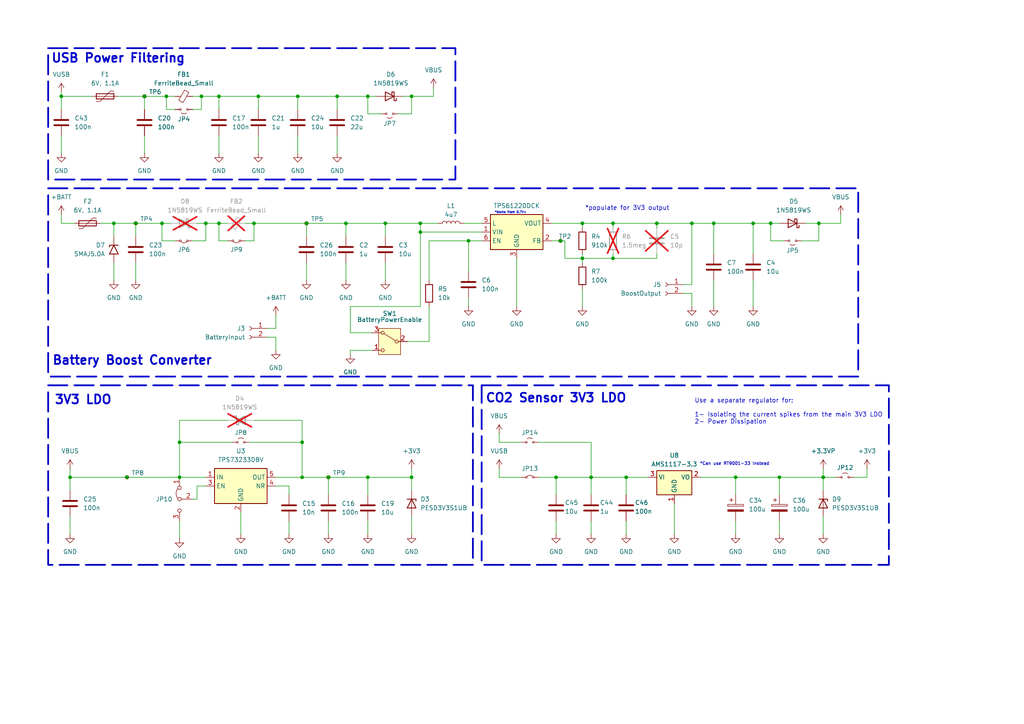
<source format=kicad_sch>
(kicad_sch (version 20250114) (generator "eeschema") (generator_version "9.0")
  (paper "A4")
  (title_block (title "STM32WB55 Dev Platform: Regulators") (date "2026-02-27") (rev "1.0.0"))
  (lib_symbols
    (symbol "Connector:Conn_01x02_Socket" (pin_names (offset 1.016) (hide yes))
      (property "Reference" "J" (at 0 2.54 0))
      (property "Value" "Conn_01x02_Socket" (at 0 -5.08 0))
      (symbol "Conn_01x02_Socket_1_1"
        (pin passive line (at -5.08 0 0) (length 3.81) (name "Pin_1") (number "1"))
        (pin passive line (at -5.08 -2.54 0) (length 3.81) (name "Pin_2") (number "2"))
      )
    )
    (symbol "Connector:TestPoint_Small" (pin_numbers (hide yes)) (pin_names (offset 0.762) (hide yes))
      (property "Reference" "TP" (at 0 3.81 0))
      (property "Value" "TestPoint_Small" (at 0 2.032 0))
      (symbol "TestPoint_Small_1_1"
        (pin passive line (at 0 0 90) (length 0) (name "1") (number "1"))
      )
    )
    (symbol "Device:C" (pin_numbers (hide yes)) (pin_names (offset 0.254))
      (property "Reference" "C" (at 0.635 2.54 0))
      (property "Value" "C" (at 0.635 -2.54 0))
      (symbol "C_1_1"
        (pin passive line (at 0 3.81 270) (length 2.794) (name "~") (number "1"))
        (pin passive line (at 0 -3.81 90) (length 2.794) (name "~") (number "2"))
      )
    )
    (symbol "Device:C_Polarized" (pin_numbers (hide yes)) (pin_names (offset 0.254))
      (property "Reference" "C" (at 0.635 2.54 0))
      (property "Value" "C_Polarized" (at 0.635 -2.54 0))
      (symbol "C_Polarized_1_1"
        (pin passive line (at 0 3.81 270) (length 2.794) (name "~") (number "1"))
        (pin passive line (at 0 -3.81 90) (length 2.794) (name "~") (number "2"))
      )
    )
    (symbol "Device:FerriteBead_Small" (pin_numbers (hide yes)) (pin_names (offset 0))
      (property "Reference" "FB" (at 1.905 1.27 0))
      (property "Value" "FerriteBead_Small" (at 1.905 -1.27 0))
      (symbol "FerriteBead_Small_1_1"
        (pin passive line (at 0 2.54 270) (length 1.27) (name "~") (number "1"))
        (pin passive line (at 0 -2.54 90) (length 1.27) (name "~") (number "2"))
      )
    )
    (symbol "Device:L" (pin_numbers (hide yes)) (pin_names (offset 1.016) (hide yes))
      (property "Reference" "L" (at -1.27 0 90))
      (property "Value" "L" (at 1.905 0 90))
      (symbol "L_1_1"
        (pin passive line (at 0 3.81 270) (length 1.27) (name "1") (number "1"))
        (pin passive line (at 0 -3.81 90) (length 1.27) (name "2") (number "2"))
      )
    )
    (symbol "Device:Polyfuse" (pin_numbers (hide yes)) (pin_names (offset 0))
      (property "Reference" "F" (at -2.54 0 90))
      (property "Value" "Polyfuse" (at 2.54 0 90))
      (symbol "Polyfuse_1_1"
        (pin passive line (at 0 3.81 270) (length 1.27) (name "~") (number "1"))
        (pin passive line (at 0 -3.81 90) (length 1.27) (name "~") (number "2"))
      )
    )
    (symbol "Device:R" (pin_numbers (hide yes)) (pin_names (offset 0))
      (property "Reference" "R" (at 2.032 0 90))
      (property "Value" "R" (at 0 0 90))
      (symbol "R_1_1"
        (pin passive line (at 0 3.81 270) (length 1.27) (name "~") (number "1"))
        (pin passive line (at 0 -3.81 90) (length 1.27) (name "~") (number "2"))
      )
    )
    (symbol "Diode:1N5819WS" (pin_numbers (hide yes)) (pin_names (offset 1.016) (hide yes))
      (property "Reference" "D" (at 0 2.54 0))
      (property "Value" "1N5819WS" (at 0 -2.54 0))
      (symbol "1N5819WS_1_1"
        (pin passive line (at -3.81 0 0) (length 2.54) (name "K") (number "1"))
        (pin passive line (at 3.81 0 180) (length 2.54) (name "A") (number "2"))
      )
    )
    (symbol "Diode:ESD5Zxx" (pin_numbers (hide yes)) (pin_names (hide yes))
      (property "Reference" "D" (at 0 2.54 0))
      (property "Value" "ESD5Zxx" (at 0 -2.54 0))
      (symbol "ESD5Zxx_1_1"
        (pin passive line (at -3.81 0 0) (length 2.54) (name "K") (number "1"))
        (pin passive line (at 3.81 0 180) (length 2.54) (name "A") (number "2"))
      )
    )
    (symbol "Diode:SMAJ5.0A" (pin_numbers (hide yes)) (pin_names (offset 1.016) (hide yes))
      (property "Reference" "D" (at 0 2.54 0))
      (property "Value" "SMAJ5.0A" (at 0 -2.54 0))
      (symbol "SMAJ5.0A_1_1"
        (pin passive line (at -3.81 0 0) (length 2.54) (name "A1") (number "1"))
        (pin passive line (at 3.81 0 180) (length 2.54) (name "A2") (number "2"))
      )
    )
    (symbol "Jumper:Jumper_2_Small_Bridged" (pin_numbers (hide yes)) (pin_names (offset 0) (hide yes))
      (property "Reference" "JP" (at 0 2.032 0))
      (property "Value" "Jumper_2_Small_Bridged" (at 0 -2.286 0))
      (symbol "Jumper_2_Small_Bridged_1_1"
        (pin passive line (at -2.54 0 0) (length 1.27) (name "A") (number "1"))
        (pin passive line (at 2.54 0 180) (length 1.27) (name "B") (number "2"))
      )
    )
    (symbol "Jumper:Jumper_2_Small_Open" (pin_numbers (hide yes)) (pin_names (offset 0) (hide yes))
      (property "Reference" "JP" (at 0 2.794 0))
      (property "Value" "Jumper_2_Small_Open" (at 0 -2.286 0))
      (symbol "Jumper_2_Small_Open_1_1"
        (pin passive line (at -2.54 0 0) (length 1.27) (name "A") (number "1"))
        (pin passive line (at 2.54 0 180) (length 1.27) (name "B") (number "2"))
      )
    )
    (symbol "Jumper:Jumper_3_Bridged12" (pin_names (offset 0) (hide yes)) (in_bom no)
      (property "Reference" "JP" (at -2.54 -2.54 0))
      (property "Value" "Jumper_3_Bridged12" (at 0 2.794 0))
      (symbol "Jumper_3_Bridged12_1_1"
        (pin passive line (at -6.35 0 0) (length 2.54) (name "A") (number "1"))
        (pin passive line (at 0 -3.81 90) (length 2.54) (name "C") (number "2"))
        (pin passive line (at 6.35 0 180) (length 2.54) (name "B") (number "3"))
      )
    )
    (symbol "Regulator_Linear:AMS1117-3.3"
      (property "Reference" "U" (at -3.81 3.175 0))
      (property "Value" "AMS1117-3.3" (at 0 3.175 0))
      (symbol "AMS1117-3.3_1_1"
        (pin power_in line (at -7.62 0 0) (length 2.54) (name "VI") (number "3"))
        (pin power_in line (at 0 -7.62 90) (length 2.54) (name "GND") (number "1"))
        (pin power_out line (at 7.62 0 180) (length 2.54) (name "VO") (number "2"))
      )
    )
    (symbol "Regulator_Linear:TPS73133DBV"
      (property "Reference" "U" (at -6.35 6.35 0))
      (property "Value" "TPS73133DBV" (at 1.27 6.35 0))
      (symbol "TPS73133DBV_1_1"
        (pin power_in line (at -10.16 2.54 0) (length 2.54) (name "IN") (number "1"))
        (pin input line (at -10.16 0 0) (length 2.54) (name "EN") (number "3"))
        (pin power_in line (at 0 -7.62 90) (length 2.54) (name "GND") (number "2"))
        (pin power_out line (at 10.16 2.54 180) (length 2.54) (name "OUT") (number "5"))
        (pin passive line (at 10.16 0 180) (length 2.54) (name "NR") (number "4"))
      )
    )
    (symbol "Regulator_Switching:TPS61220DCK"
      (property "Reference" "U" (at -7.62 6.35 0))
      (property "Value" "TPS61220DCK" (at 2.54 6.35 0))
      (symbol "TPS61220DCK_1_1"
        (pin power_in line (at -10.16 2.54 0) (length 2.54) (name "L") (number "5"))
        (pin power_in line (at -10.16 0 0) (length 2.54) (name "VIN") (number "1"))
        (pin input line (at -10.16 -2.54 0) (length 2.54) (name "EN") (number "6"))
        (pin power_in line (at 0 -7.62 90) (length 2.54) (name "GND") (number "3"))
        (pin power_out line (at 10.16 2.54 180) (length 2.54) (name "VOUT") (number "4"))
        (pin input line (at 10.16 -2.54 180) (length 2.54) (name "FB") (number "2"))
      )
    )
    (symbol "Switch:SW_SPDT_321" (pin_names (offset 1) (hide yes))
      (property "Reference" "SW" (at 0 5.08 0))
      (property "Value" "SW_SPDT_321" (at 0 -5.08 0))
      (symbol "SW_SPDT_321_1_1"
        (pin passive line (at -5.08 0 0) (length 2.54) (name "B") (number "2"))
        (pin passive line (at 5.08 2.54 180) (length 2.54) (name "A") (number "3"))
        (pin passive line (at 5.08 -2.54 180) (length 2.54) (name "C") (number "1"))
      )
    )
    (symbol "power:+3.3VP" (power) (pin_numbers (hide yes)) (pin_names (offset 0) (hide yes))
      (property "Value" "+3.3VP" (at 0 3.556 0))
      (symbol "+3.3VP_0_0"
        (pin power_in line (at 0 0 90) (length 0) (name "~") (number "1"))
      )
    )
    (symbol "power:+3V3" (power) (pin_numbers (hide yes)) (pin_names (offset 0) (hide yes))
      (property "Value" "+3V3" (at 0 3.556 0))
      (symbol "+3V3_1_1"
        (pin power_in line (at 0 0 90) (length 0) (name "~") (number "1"))
      )
    )
    (symbol "power:+BATT" (power) (pin_numbers (hide yes)) (pin_names (offset 0) (hide yes))
      (property "Value" "+BATT" (at 0 3.556 0))
      (symbol "+BATT_1_1"
        (pin power_in line (at 0 0 90) (length 0) (name "~") (number "1"))
      )
    )
    (symbol "power:GND" (power) (pin_numbers (hide yes)) (pin_names (offset 0) (hide yes))
      (property "Value" "GND" (at 0 -3.81 0))
      (symbol "GND_1_1"
        (pin power_in line (at 0 0 270) (length 0) (name "~") (number "1"))
      )
    )
    (symbol "power:VBUS" (power) (pin_numbers (hide yes)) (pin_names (offset 0) (hide yes))
      (property "Value" "VBUS" (at 0 3.556 0))
      (symbol "VBUS_1_1"
        (pin power_in line (at 0 0 90) (length 0) (name "~") (number "1"))
      )
    )
  )
  (rectangle (start 139.7 111.76) (end 257.81 163.83) (stroke (width 0.508) (type dash)))
  (rectangle (start 13.97 13.97) (end 132.08 52.07) (stroke (width 0.508) (type dash)))
  (rectangle (start 13.97 54.61) (end 248.92 109.22) (stroke (width 0.508) (type dash)))
  (rectangle (start 13.97 111.76) (end 137.16 163.83) (stroke (width 0.508) (type dash)))
  (text "Battery Boost Converter" (at 38.354 104.648 0) (effects (font (size 2.54 2.54) (thickness 0.508) (bold yes))))
  (text "*populate for 3V3 output" (at 169.672 60.452 0) (effects (font (size 1.27 1.27)) (justify left)))
  (text "CO2 Sensor 3V3 LDO" (at 161.29 115.57 0) (effects (font (size 2.54 2.54) (thickness 0.508) (bold yes))))
  (text "3V3 LDO" (at 24.13 116.078 0) (effects (font (size 2.54 2.54) (thickness 0.508) (bold yes))))
  (text "USB Power Filtering" (at 34.29 17.018 0) (effects (font (size 2.54 2.54) (thickness 0.508) (bold yes))))
  (text "Use a separate regulator for:\n\n1- Isolating the current spikes from the main 3V3 LDO\n2- Power Dissipation" (at 201.422 119.38 0) (effects (font (size 1.27 1.27)) (justify left)))
  (text "*Works from 0.7V+" (at 148.082 61.722 0) (effects (font (size 0.635 0.635))))
  (text "*Can use RT9001-33 Instead" (at 202.946 134.62 0) (effects (font (size 0.889 0.889)) (justify left)))
  (junction (at 121.92 64.77))
  (junction (at 190.5 64.77))
  (junction (at 161.29 138.43))
  (junction (at 226.06 138.43))
  (junction (at 36.83 138.43))
  (junction (at 200.66 64.77))
  (junction (at 63.5 64.77))
  (junction (at 135.89 69.85))
  (junction (at 33.02 64.77))
  (junction (at 171.45 138.43))
  (junction (at 52.07 138.43))
  (junction (at 119.38 138.43))
  (junction (at 168.91 64.77))
  (junction (at 106.68 138.43))
  (junction (at 97.79 27.94))
  (junction (at 87.63 128.27))
  (junction (at 46.99 64.77))
  (junction (at 168.91 74.93))
  (junction (at 48.26 27.94))
  (junction (at 52.07 128.27))
  (junction (at 177.8 74.93))
  (junction (at 86.36 27.94))
  (junction (at 74.93 27.94))
  (junction (at 73.66 64.77))
  (junction (at 218.44 64.77))
  (junction (at 213.36 138.43))
  (junction (at 59.69 64.77))
  (junction (at 88.9 64.77))
  (junction (at 41.91 27.94))
  (junction (at 177.8 64.77))
  (junction (at 237.49 64.77))
  (junction (at 238.76 138.43))
  (junction (at 121.92 67.31))
  (junction (at 63.5 27.94))
  (junction (at 181.61 138.43))
  (junction (at 162.56 69.85))
  (junction (at 39.37 64.77))
  (junction (at 95.25 138.43))
  (junction (at 17.78 27.94))
  (junction (at 119.38 27.94))
  (junction (at 100.33 64.77))
  (junction (at 87.63 138.43))
  (junction (at 207.01 64.77))
  (junction (at 20.32 138.43))
  (junction (at 106.68 27.94))
  (junction (at 111.76 64.77))
  (junction (at 223.52 64.77))
  (junction (at 58.42 27.94))
  (wire (pts (xy 58.42 27.94) (xy 63.5 27.94)))
  (wire (pts (xy 121.92 64.77) (xy 127 64.77)))
  (wire (pts (xy 223.52 64.77) (xy 223.52 69.85)))
  (wire (pts (xy 144.78 128.27) (xy 144.78 125.73)))
  (wire (pts (xy 124.46 69.85) (xy 135.89 69.85)))
  (wire (pts (xy 69.85 148.59) (xy 69.85 154.94)))
  (wire (pts (xy 59.69 64.77) (xy 59.69 69.85)))
  (wire (pts (xy 124.46 88.9) (xy 124.46 99.06)))
  (wire (pts (xy 88.9 64.77) (xy 88.9 68.58)))
  (wire (pts (xy 119.38 27.94) (xy 125.73 27.94)))
  (wire (pts (xy 101.6 101.6) (xy 107.95 101.6)))
  (wire (pts (xy 163.83 69.85) (xy 163.83 74.93)))
  (wire (pts (xy 121.92 67.31) (xy 121.92 64.77)))
  (wire (pts (xy 119.38 149.86) (xy 119.38 154.94)))
  (wire (pts (xy 168.91 88.9) (xy 168.91 83.82)))
  (wire (pts (xy 181.61 143.51) (xy 181.61 138.43)))
  (wire (pts (xy 139.7 67.31) (xy 121.92 67.31)))
  (wire (pts (xy 135.89 69.85) (xy 139.7 69.85)))
  (wire (pts (xy 106.68 151.13) (xy 106.68 154.94)))
  (wire (pts (xy 101.6 88.9) (xy 121.92 88.9)))
  (wire (pts (xy 63.5 44.45) (xy 63.5 39.37)))
  (wire (pts (xy 73.66 121.92) (xy 87.63 121.92)))
  (wire (pts (xy 200.66 64.77) (xy 207.01 64.77)))
  (wire (pts (xy 80.01 91.44) (xy 80.01 95.25)))
  (wire (pts (xy 63.5 69.85) (xy 63.5 64.77)))
  (wire (pts (xy 247.65 138.43) (xy 251.46 138.43)))
  (wire (pts (xy 41.91 27.94) (xy 34.29 27.94)))
  (wire (pts (xy 48.26 31.75) (xy 48.26 27.94)))
  (wire (pts (xy 243.84 62.23) (xy 243.84 64.77)))
  (wire (pts (xy 101.6 96.52) (xy 107.95 96.52)))
  (wire (pts (xy 101.6 96.52) (xy 101.6 88.9)))
  (wire (pts (xy 168.91 64.77) (xy 160.02 64.77)))
  (wire (pts (xy 86.36 27.94) (xy 97.79 27.94)))
  (wire (pts (xy 156.21 138.43) (xy 161.29 138.43)))
  (wire (pts (xy 52.07 121.92) (xy 52.07 128.27)))
  (wire (pts (xy 74.93 27.94) (xy 86.36 27.94)))
  (wire (pts (xy 74.93 44.45) (xy 74.93 39.37)))
  (wire (pts (xy 73.66 64.77) (xy 88.9 64.77)))
  (wire (pts (xy 100.33 64.77) (xy 100.33 68.58)))
  (wire (pts (xy 100.33 64.77) (xy 111.76 64.77)))
  (wire (pts (xy 111.76 81.28) (xy 111.76 76.2)))
  (wire (pts (xy 111.76 64.77) (xy 121.92 64.77)))
  (wire (pts (xy 55.88 144.78) (xy 57.15 144.78)))
  (wire (pts (xy 100.33 81.28) (xy 100.33 76.2)))
  (wire (pts (xy 41.91 31.75) (xy 41.91 27.94)))
  (wire (pts (xy 17.78 64.77) (xy 21.59 64.77)))
  (wire (pts (xy 66.04 121.92) (xy 52.07 121.92)))
  (wire (pts (xy 190.5 73.66) (xy 190.5 74.93)))
  (wire (pts (xy 106.68 138.43) (xy 119.38 138.43)))
  (wire (pts (xy 207.01 81.28) (xy 207.01 88.9)))
  (wire (pts (xy 223.52 69.85) (xy 227.33 69.85)))
  (wire (pts (xy 135.89 78.74) (xy 135.89 69.85)))
  (wire (pts (xy 80.01 101.6) (xy 80.01 97.79)))
  (wire (pts (xy 55.88 69.85) (xy 59.69 69.85)))
  (wire (pts (xy 226.06 138.43) (xy 226.06 143.51)))
  (wire (pts (xy 46.99 64.77) (xy 46.99 69.85)))
  (wire (pts (xy 232.41 69.85) (xy 237.49 69.85)))
  (wire (pts (xy 97.79 44.45) (xy 97.79 39.37)))
  (wire (pts (xy 41.91 44.45) (xy 41.91 39.37)))
  (wire (pts (xy 36.83 138.43) (xy 52.07 138.43)))
  (wire (pts (xy 57.15 64.77) (xy 59.69 64.77)))
  (wire (pts (xy 57.15 140.97) (xy 59.69 140.97)))
  (wire (pts (xy 218.44 81.28) (xy 218.44 88.9)))
  (wire (pts (xy 52.07 128.27) (xy 52.07 138.43)))
  (wire (pts (xy 33.02 64.77) (xy 33.02 68.58)))
  (wire (pts (xy 100.33 64.77) (xy 88.9 64.77)))
  (wire (pts (xy 213.36 138.43) (xy 213.36 143.51)))
  (wire (pts (xy 33.02 64.77) (xy 29.21 64.77)))
  (wire (pts (xy 149.86 74.93) (xy 149.86 88.9)))
  (wire (pts (xy 223.52 64.77) (xy 226.06 64.77)))
  (wire (pts (xy 73.66 69.85) (xy 73.66 64.77)))
  (wire (pts (xy 39.37 68.58) (xy 39.37 64.77)))
  (wire (pts (xy 83.82 151.13) (xy 83.82 154.94)))
  (wire (pts (xy 226.06 138.43) (xy 238.76 138.43)))
  (wire (pts (xy 39.37 64.77) (xy 33.02 64.77)))
  (wire (pts (xy 17.78 26.67) (xy 17.78 27.94)))
  (wire (pts (xy 171.45 143.51) (xy 171.45 138.43)))
  (wire (pts (xy 41.91 27.94) (xy 48.26 27.94)))
  (wire (pts (xy 119.38 138.43) (xy 119.38 135.89)))
  (wire (pts (xy 161.29 151.13) (xy 161.29 154.94)))
  (wire (pts (xy 39.37 64.77) (xy 46.99 64.77)))
  (wire (pts (xy 95.25 138.43) (xy 106.68 138.43)))
  (wire (pts (xy 106.68 138.43) (xy 106.68 143.51)))
  (wire (pts (xy 207.01 64.77) (xy 218.44 64.77)))
  (wire (pts (xy 101.6 102.87) (xy 101.6 101.6)))
  (wire (pts (xy 125.73 25.4) (xy 125.73 27.94)))
  (wire (pts (xy 168.91 76.2) (xy 168.91 74.93)))
  (wire (pts (xy 80.01 97.79) (xy 77.47 97.79)))
  (wire (pts (xy 55.88 27.94) (xy 58.42 27.94)))
  (wire (pts (xy 106.68 27.94) (xy 109.22 27.94)))
  (wire (pts (xy 20.32 142.24) (xy 20.32 138.43)))
  (wire (pts (xy 87.63 121.92) (xy 87.63 128.27)))
  (wire (pts (xy 87.63 128.27) (xy 87.63 138.43)))
  (wire (pts (xy 66.04 69.85) (xy 63.5 69.85)))
  (wire (pts (xy 171.45 154.94) (xy 171.45 151.13)))
  (wire (pts (xy 177.8 64.77) (xy 177.8 66.04)))
  (wire (pts (xy 195.58 146.05) (xy 195.58 154.94)))
  (wire (pts (xy 95.25 138.43) (xy 95.25 143.51)))
  (wire (pts (xy 160.02 69.85) (xy 162.56 69.85)))
  (wire (pts (xy 55.88 31.75) (xy 58.42 31.75)))
  (wire (pts (xy 17.78 44.45) (xy 17.78 39.37)))
  (wire (pts (xy 52.07 138.43) (xy 59.69 138.43)))
  (wire (pts (xy 243.84 64.77) (xy 237.49 64.77)))
  (wire (pts (xy 20.32 138.43) (xy 36.83 138.43)))
  (wire (pts (xy 218.44 64.77) (xy 218.44 73.66)))
  (wire (pts (xy 200.66 88.9) (xy 200.66 85.09)))
  (wire (pts (xy 190.5 74.93) (xy 177.8 74.93)))
  (wire (pts (xy 238.76 138.43) (xy 242.57 138.43)))
  (wire (pts (xy 63.5 27.94) (xy 74.93 27.94)))
  (wire (pts (xy 106.68 27.94) (xy 106.68 33.02)))
  (wire (pts (xy 171.45 128.27) (xy 171.45 138.43)))
  (wire (pts (xy 161.29 138.43) (xy 161.29 143.51)))
  (wire (pts (xy 20.32 135.89) (xy 20.32 138.43)))
  (wire (pts (xy 168.91 74.93) (xy 168.91 73.66)))
  (wire (pts (xy 111.76 64.77) (xy 111.76 68.58)))
  (wire (pts (xy 181.61 154.94) (xy 181.61 151.13)))
  (wire (pts (xy 33.02 76.2) (xy 33.02 81.28)))
  (wire (pts (xy 20.32 154.94) (xy 20.32 149.86)))
  (wire (pts (xy 74.93 27.94) (xy 74.93 31.75)))
  (wire (pts (xy 72.39 128.27) (xy 87.63 128.27)))
  (wire (pts (xy 83.82 143.51) (xy 83.82 140.97)))
  (wire (pts (xy 190.5 64.77) (xy 190.5 66.04)))
  (wire (pts (xy 237.49 64.77) (xy 233.68 64.77)))
  (wire (pts (xy 124.46 81.28) (xy 124.46 69.85)))
  (wire (pts (xy 67.31 128.27) (xy 52.07 128.27)))
  (wire (pts (xy 83.82 140.97) (xy 80.01 140.97)))
  (wire (pts (xy 144.78 138.43) (xy 151.13 138.43)))
  (wire (pts (xy 181.61 138.43) (xy 187.96 138.43)))
  (wire (pts (xy 218.44 64.77) (xy 223.52 64.77)))
  (wire (pts (xy 106.68 33.02) (xy 110.49 33.02)))
  (wire (pts (xy 71.12 69.85) (xy 73.66 69.85)))
  (wire (pts (xy 177.8 64.77) (xy 190.5 64.77)))
  (wire (pts (xy 190.5 64.77) (xy 200.66 64.77)))
  (wire (pts (xy 238.76 138.43) (xy 238.76 142.24)))
  (wire (pts (xy 251.46 138.43) (xy 251.46 135.89)))
  (wire (pts (xy 17.78 31.75) (xy 17.78 27.94)))
  (wire (pts (xy 59.69 64.77) (xy 63.5 64.77)))
  (wire (pts (xy 95.25 151.13) (xy 95.25 154.94)))
  (wire (pts (xy 200.66 85.09) (xy 198.12 85.09)))
  (wire (pts (xy 88.9 81.28) (xy 88.9 76.2)))
  (wire (pts (xy 171.45 138.43) (xy 181.61 138.43)))
  (wire (pts (xy 80.01 138.43) (xy 87.63 138.43)))
  (wire (pts (xy 168.91 66.04) (xy 168.91 64.77)))
  (wire (pts (xy 161.29 138.43) (xy 171.45 138.43)))
  (wire (pts (xy 119.38 27.94) (xy 119.38 33.02)))
  (wire (pts (xy 116.84 27.94) (xy 119.38 27.94)))
  (wire (pts (xy 156.21 128.27) (xy 171.45 128.27)))
  (wire (pts (xy 168.91 64.77) (xy 177.8 64.77)))
  (wire (pts (xy 207.01 64.77) (xy 207.01 73.66)))
  (wire (pts (xy 198.12 82.55) (xy 200.66 82.55)))
  (wire (pts (xy 58.42 31.75) (xy 58.42 27.94)))
  (wire (pts (xy 97.79 27.94) (xy 106.68 27.94)))
  (wire (pts (xy 237.49 69.85) (xy 237.49 64.77)))
  (wire (pts (xy 203.2 138.43) (xy 213.36 138.43)))
  (wire (pts (xy 63.5 64.77) (xy 66.04 64.77)))
  (wire (pts (xy 87.63 138.43) (xy 95.25 138.43)))
  (wire (pts (xy 46.99 69.85) (xy 50.8 69.85)))
  (wire (pts (xy 213.36 151.13) (xy 213.36 154.94)))
  (wire (pts (xy 134.62 64.77) (xy 139.7 64.77)))
  (wire (pts (xy 57.15 144.78) (xy 57.15 140.97)))
  (wire (pts (xy 144.78 135.89) (xy 144.78 138.43)))
  (wire (pts (xy 115.57 33.02) (xy 119.38 33.02)))
  (wire (pts (xy 86.36 44.45) (xy 86.36 39.37)))
  (wire (pts (xy 135.89 88.9) (xy 135.89 86.36)))
  (wire (pts (xy 77.47 95.25) (xy 80.01 95.25)))
  (wire (pts (xy 48.26 27.94) (xy 50.8 27.94)))
  (wire (pts (xy 39.37 81.28) (xy 39.37 76.2)))
  (wire (pts (xy 97.79 27.94) (xy 97.79 31.75)))
  (wire (pts (xy 177.8 74.93) (xy 168.91 74.93)))
  (wire (pts (xy 121.92 88.9) (xy 121.92 67.31)))
  (wire (pts (xy 46.99 64.77) (xy 49.53 64.77)))
  (wire (pts (xy 238.76 149.86) (xy 238.76 154.94)))
  (wire (pts (xy 177.8 73.66) (xy 177.8 74.93)))
  (wire (pts (xy 162.56 69.85) (xy 163.83 69.85)))
  (wire (pts (xy 213.36 138.43) (xy 226.06 138.43)))
  (wire (pts (xy 17.78 27.94) (xy 26.67 27.94)))
  (wire (pts (xy 50.8 31.75) (xy 48.26 31.75)))
  (wire (pts (xy 71.12 64.77) (xy 73.66 64.77)))
  (wire (pts (xy 17.78 62.23) (xy 17.78 64.77)))
  (wire (pts (xy 119.38 138.43) (xy 119.38 142.24)))
  (wire (pts (xy 124.46 99.06) (xy 118.11 99.06)))
  (wire (pts (xy 163.83 74.93) (xy 168.91 74.93)))
  (wire (pts (xy 151.13 128.27) (xy 144.78 128.27)))
  (wire (pts (xy 226.06 151.13) (xy 226.06 154.94)))
  (wire (pts (xy 52.07 151.13) (xy 52.07 156.21)))
  (wire (pts (xy 238.76 138.43) (xy 238.76 135.89)))
  (wire (pts (xy 63.5 27.94) (xy 63.5 31.75)))
  (wire (pts (xy 86.36 27.94) (xy 86.36 31.75)))
  (wire (pts (xy 200.66 82.55) (xy 200.66 64.77)))
  (symbol (lib_id "power:GND") (at 213.36 154.94 0) (unit 1)
    (property "Reference" "#PWR078" (effects (hide yes)))
    (property "Value" "GND" (at 213.36 160.02 0))
    (property "Description" "Power symbol creates a global label with name \"GND\" , ground" (effects (hide yes)))
  )
  (symbol (lib_id "Device:FerriteBead_Small") (at 68.58 64.77 90) (unit 1) (dnp yes)
    (property "Reference" "FB2" (at 68.5419 58.42 90))
    (property "Value" "FerriteBead_Small" (at 68.5419 60.96 90))
    (property "Footprint" "Inductor_SMD:L_0805_2012Metric_Pad1.05x1.20mm_HandSolder" (effects (hide yes)))
    (property "Description" "Ferrite bead, small symbol" (effects (hide yes)))
  )
  (symbol (lib_id "Diode:1N5819WS") (at 53.34 64.77 180) (unit 1) (dnp yes)
    (property "Reference" "D8" (at 53.6575 58.42 0))
    (property "Value" "1N5819WS" (at 53.6575 60.96 0))
    (property "Footprint" "Diode_SMD:D_SOD-323_HandSoldering" (effects (hide yes)))
    (property "Datasheet" "https://datasheet.lcsc.com/lcsc/2204281430_Guangdong-Hottech-1N5819WS_C191023.pdf" (effects (hide yes)))
    (property "Description" "40V 600mV@1A 1A SOD-323 Schottky Barrier Diodes, SOD-323" (effects (hide yes)))
  )
  (symbol (lib_id "power:GND") (at 226.06 154.94 0) (unit 1)
    (property "Reference" "#PWR079" (effects (hide yes)))
    (property "Value" "GND" (at 226.06 160.02 0))
    (property "Description" "Power symbol creates a global label with name \"GND\" , ground" (effects (hide yes)))
  )
  (symbol (lib_id "power:GND") (at 69.85 154.94 0) (unit 1)
    (property "Reference" "#PWR053" (effects (hide yes)))
    (property "Value" "GND" (at 69.85 160.02 0))
    (property "Description" "Power symbol creates a global label with name \"GND\" , ground" (effects (hide yes)))
  )
  (symbol (lib_id "Diode:1N5819WS") (at 113.03 27.94 180) (unit 1)
    (property "Reference" "D6" (at 113.3475 21.59 0))
    (property "Value" "1N5819WS" (at 113.3475 24.13 0))
    (property "Footprint" "Diode_SMD:D_SOD-323_HandSoldering" (effects (hide yes)))
    (property "Datasheet" "https://datasheet.lcsc.com/lcsc/2204281430_Guangdong-Hottech-1N5819WS_C191023.pdf" (effects (hide yes)))
    (property "Description" "40V 600mV@1A 1A SOD-323 Schottky Barrier Diodes, SOD-323" (effects (hide yes)))
  )
  (symbol (lib_id "Connector:TestPoint_Small") (at 162.56 69.85 0) (unit 1)
    (property "Reference" "TP2" (at 162.052 68.58 0) (effects (justify left)))
    (property "Value" "BoostFBMon" (effects (hide yes)))
    (property "Footprint" "TestPoint:TestPoint_Pad_D1.0mm" (effects (hide yes)))
    (property "Description" "test point" (effects (hide yes)))
  )
  (symbol (lib_id "power:GND") (at 20.32 154.94 0) (unit 1)
    (property "Reference" "#PWR047" (effects (hide yes)))
    (property "Value" "GND" (at 20.32 160.02 0))
    (property "Description" "Power symbol creates a global label with name \"GND\" , ground" (effects (hide yes)))
  )
  (symbol (lib_id "power:GND") (at 97.79 44.45 0) (unit 1)
    (property "Reference" "#PWR059" (effects (hide yes)))
    (property "Value" "GND" (at 97.79 49.53 0))
    (property "Description" "Power symbol creates a global label with name \"GND\" , ground" (effects (hide yes)))
  )
  (symbol (lib_id "Regulator_Linear:AMS1117-3.3") (at 195.58 138.43 0) (unit 1)
    (property "Reference" "U8" (at 195.58 132.08 0))
    (property "Value" "AMS1117-3.3" (at 195.58 134.62 0))
    (property "Footprint" "Package_TO_SOT_SMD:SOT-223-3_TabPin2" (effects (hide yes)))
    (property "Datasheet" "http://www.advanced-monolithic.com/pdf/ds1117.pdf" (effects (hide yes)))
    (property "Description" "1A Low Dropout regulator, positive, 3.3V fixed output, SOT-223" (effects (hide yes)))
  )
  (symbol (lib_id "Jumper:Jumper_2_Small_Open") (at 113.03 33.02 0) (mirror x) (unit 1)
    (property "Reference" "JP7" (at 113.03 35.814 0))
    (property "Value" "BypassVUSBDiode" (effects (hide yes)))
    (property "Footprint" "Jumper:SolderJumper-2_P1.3mm_Open_TrianglePad1.0x1.5mm" (effects (hide yes)))
    (property "Description" "Jumper, 2-pole, small symbol, open" (effects (hide yes)))
  )
  (symbol (lib_id "Device:C") (at 86.36 35.56 0) (unit 1)
    (property "Reference" "C24" (at 90.17 34.2899 0) (effects (justify left)))
    (property "Value" "10u" (at 90.17 36.8299 0) (effects (justify left)))
    (property "Footprint" "Capacitor_SMD:C_0805_2012Metric_Pad1.18x1.45mm_HandSolder" (effects (hide yes)))
    (property "Description" "Unpolarized capacitor" (effects (hide yes)))
  )
  (symbol (lib_id "Diode:ESD5Zxx") (at 119.38 146.05 270) (unit 1)
    (property "Reference" "D3" (at 121.92 144.7799 90) (effects (justify left)))
    (property "Value" "PESD3V3S1UB" (at 121.92 147.3199 90) (effects (justify left)))
    (property "Footprint" "Diode_SMD:D_SOD-523" (effects (hide yes)))
    (property "Datasheet" "https://www.onsemi.com/pdf/datasheet/esd5z2.5t1-d.pdf" (effects (hide yes)))
    (property "Description" "ESD Protection Diode, SOD-523" (effects (hide yes)))
  )
  (symbol (lib_id "Device:C") (at 20.32 146.05 0) (unit 1)
    (property "Reference" "C25" (at 24.13 144.7799 0) (effects (justify left)))
    (property "Value" "100n" (at 24.13 147.3199 0) (effects (justify left)))
    (property "Footprint" "Capacitor_SMD:C_0603_1608Metric_Pad1.08x0.95mm_HandSolder" (effects (hide yes)))
    (property "Description" "Unpolarized capacitor" (effects (hide yes)))
  )
  (symbol (lib_id "Device:C") (at 181.61 147.32 0) (unit 1)
    (property "Reference" "C46" (at 184.15 145.796 0) (effects (justify left)))
    (property "Value" "100n" (at 184.15 148.336 0) (effects (justify left)))
    (property "Footprint" "Capacitor_SMD:C_0603_1608Metric_Pad1.08x0.95mm_HandSolder" (effects (hide yes)))
    (property "Description" "Unpolarized capacitor" (effects (hide yes)))
  )
  (symbol (lib_id "power:+3V3") (at 119.38 135.89 0) (unit 1)
    (property "Reference" "#PWR064" (effects (hide yes)))
    (property "Value" "+3V3" (at 119.38 130.81 0))
    (property "Description" "Power symbol creates a global label with name \"+3V3\"" (effects (hide yes)))
  )
  (symbol (lib_id "Device:C_Polarized") (at 226.06 147.32 0) (unit 1)
    (property "Reference" "C36" (at 229.87 145.1609 0) (effects (justify left)))
    (property "Value" "100u" (at 229.87 147.7009 0) (effects (justify left)))
    (property "Footprint" "Capacitor_Tantalum_SMD:CP_EIA-3528-21_Kemet-B_HandSolder" (effects (hide yes)))
    (property "Description" "Polarized capacitor" (effects (hide yes)))
  )
  (symbol (lib_id "power:GND") (at 86.36 44.45 0) (unit 1)
    (property "Reference" "#PWR056" (effects (hide yes)))
    (property "Value" "GND" (at 86.36 49.53 0))
    (property "Description" "Power symbol creates a global label with name \"GND\" , ground" (effects (hide yes)))
  )
  (symbol (lib_id "Connector:TestPoint_Small") (at 41.91 27.94 0) (unit 1)
    (property "Reference" "TP6" (at 43.18 26.6699 0) (effects (justify left)))
    (property "Value" "VUSBProtMon" (effects (hide yes)))
    (property "Footprint" "TestPoint:TestPoint_Pad_D1.0mm" (effects (hide yes)))
    (property "Description" "test point" (effects (hide yes)))
  )
  (symbol (lib_id "Jumper:Jumper_2_Small_Open") (at 245.11 138.43 0) (mirror y) (unit 1)
    (property "Reference" "JP12" (at 245.11 135.636 0))
    (property "Value" "BypassBoostDiode" (effects (hide yes)))
    (property "Footprint" "Jumper:SolderJumper-2_P1.3mm_Open_TrianglePad1.0x1.5mm" (effects (hide yes)))
    (property "Description" "Jumper, 2-pole, small symbol, open" (effects (hide yes)))
  )
  (symbol (lib_id "power:+BATT") (at 80.01 91.44 0) (unit 1)
    (property "Reference" "#PWR072" (effects (hide yes)))
    (property "Value" "+BATT" (at 80.01 86.36 0))
    (property "Description" "Power symbol creates a global label with name \"+BATT\"" (effects (hide yes)))
  )
  (symbol (lib_id "power:GND") (at 238.76 154.94 0) (unit 1)
    (property "Reference" "#PWR085" (effects (hide yes)))
    (property "Value" "GND" (at 238.76 160.02 0))
    (property "Description" "Power symbol creates a global label with name \"GND\" , ground" (effects (hide yes)))
  )
  (symbol (lib_id "Device:R") (at 124.46 85.09 0) (unit 1)
    (property "Reference" "R5" (at 127 83.8199 0) (effects (justify left)))
    (property "Value" "10k" (at 127 86.3599 0) (effects (justify left)))
    (property "Footprint" "Resistor_SMD:R_0603_1608Metric_Pad0.98x0.95mm_HandSolder" (effects (hide yes)))
    (property "Description" "Resistor" (effects (hide yes)))
  )
  (symbol (lib_id "power:VBUS") (at 17.78 26.67 0) (unit 1)
    (property "Reference" "#PWR044" (effects (hide yes)))
    (property "Value" "VUSB" (at 17.78 21.59 0))
    (property "Description" "Power symbol creates a global label with name \"VBUS\"" (effects (hide yes)))
  )
  (symbol (lib_id "power:GND") (at 106.68 154.94 0) (unit 1)
    (property "Reference" "#PWR062" (effects (hide yes)))
    (property "Value" "GND" (at 106.68 160.02 0))
    (property "Description" "Power symbol creates a global label with name \"GND\" , ground" (effects (hide yes)))
  )
  (symbol (lib_id "Jumper:Jumper_2_Small_Open") (at 53.34 31.75 0) (mirror x) (unit 1)
    (property "Reference" "JP4" (at 53.34 34.544 0))
    (property "Value" "BypassVUSBFerriteBead" (effects (hide yes)))
    (property "Footprint" "Jumper:SolderJumper-2_P1.3mm_Open_TrianglePad1.0x1.5mm" (effects (hide yes)))
    (property "Description" "Jumper, 2-pole, small symbol, open" (effects (hide yes)))
  )
  (symbol (lib_id "Jumper:Jumper_2_Small_Open") (at 69.85 128.27 0) (mirror y) (unit 1)
    (property "Reference" "JP8" (at 69.85 125.476 0))
    (property "Value" "BypassLDO" (effects (hide yes)))
    (property "Footprint" "Jumper:SolderJumper-2_P1.3mm_Open_TrianglePad1.0x1.5mm" (effects (hide yes)))
    (property "Description" "Jumper, 2-pole, small symbol, open" (effects (hide yes)))
  )
  (symbol (lib_id "Device:C") (at 41.91 35.56 0) (unit 1)
    (property "Reference" "C20" (at 45.72 34.2899 0) (effects (justify left)))
    (property "Value" "100n" (at 45.72 36.8299 0) (effects (justify left)))
    (property "Footprint" "Capacitor_SMD:C_0603_1608Metric_Pad1.08x0.95mm_HandSolder" (effects (hide yes)))
    (property "Description" "Unpolarized capacitor" (effects (hide yes)))
  )
  (symbol (lib_id "Device:R") (at 168.91 80.01 0) (unit 1)
    (property "Reference" "R7" (at 171.45 78.7399 0) (effects (justify left)))
    (property "Value" "100k" (at 171.45 81.2799 0) (effects (justify left)))
    (property "Footprint" "Resistor_SMD:R_0603_1608Metric_Pad0.98x0.95mm_HandSolder" (effects (hide yes)))
    (property "Description" "Resistor" (effects (hide yes)))
  )
  (symbol (lib_id "power:GND") (at 95.25 154.94 0) (unit 1)
    (property "Reference" "#PWR058" (effects (hide yes)))
    (property "Value" "GND" (at 95.25 160.02 0))
    (property "Description" "Power symbol creates a global label with name \"GND\" , ground" (effects (hide yes)))
  )
  (symbol (lib_id "power:GND") (at 17.78 44.45 0) (unit 1)
    (property "Reference" "#PWR080" (effects (hide yes)))
    (property "Value" "GND" (at 17.78 49.53 0))
    (property "Description" "Power symbol creates a global label with name \"GND\" , ground" (effects (hide yes)))
  )
  (symbol (lib_id "Diode:1N5819WS") (at 229.87 64.77 180) (unit 1)
    (property "Reference" "D5" (at 230.1875 58.42 0))
    (property "Value" "1N5819WS" (at 230.1875 60.96 0))
    (property "Footprint" "Diode_SMD:D_SOD-323_HandSoldering" (effects (hide yes)))
    (property "Datasheet" "https://datasheet.lcsc.com/lcsc/2204281430_Guangdong-Hottech-1N5819WS_C191023.pdf" (effects (hide yes)))
    (property "Description" "40V 600mV@1A 1A SOD-323 Schottky Barrier Diodes, SOD-323" (effects (hide yes)))
  )
  (symbol (lib_id "power:GND") (at 80.01 101.6 0) (unit 1)
    (property "Reference" "#PWR073" (effects (hide yes)))
    (property "Value" "GND" (at 80.01 106.68 0))
    (property "Description" "Power symbol creates a global label with name \"GND\" , ground" (effects (hide yes)))
  )
  (symbol (lib_id "power:VBUS") (at 243.84 62.23 0) (unit 1)
    (property "Reference" "#PWR074" (effects (hide yes)))
    (property "Value" "VBUS" (at 243.84 57.15 0))
    (property "Description" "Power symbol creates a global label with name \"VBUS\"" (effects (hide yes)))
  )
  (symbol (lib_id "Connector:Conn_01x02_Socket") (at 193.04 82.55 0) (mirror y) (unit 1)
    (property "Reference" "J5" (at 191.77 82.5499 0) (effects (justify left)))
    (property "Value" "BoostOutput" (at 191.77 85.0899 0) (effects (justify left)))
    (property "Footprint" "Connector_PinHeader_2.54mm:PinHeader_1x02_P2.54mm_Vertical" (effects (hide yes)))
    (property "Description" "Generic connector, single row, 01x02, script generated" (effects (hide yes)))
  )
  (symbol (lib_id "power:GND") (at 88.9 81.28 0) (unit 1)
    (property "Reference" "#PWR057" (effects (hide yes)))
    (property "Value" "GND" (at 88.9 86.36 0))
    (property "Description" "Power symbol creates a global label with name \"GND\" , ground" (effects (hide yes)))
  )
  (symbol (lib_id "power:GND") (at 83.82 154.94 0) (unit 1)
    (property "Reference" "#PWR055" (effects (hide yes)))
    (property "Value" "GND" (at 83.82 160.02 0))
    (property "Description" "Power symbol creates a global label with name \"GND\" , ground" (effects (hide yes)))
  )
  (symbol (lib_id "Device:C") (at 190.5 69.85 0) (unit 1) (dnp yes)
    (property "Reference" "C5" (at 194.31 68.5799 0) (effects (justify left)))
    (property "Value" "10p" (at 194.31 71.1199 0) (effects (justify left)))
    (property "Footprint" "Capacitor_SMD:C_0603_1608Metric_Pad1.08x0.95mm_HandSolder" (effects (hide yes)))
    (property "Description" "Unpolarized capacitor" (effects (hide yes)))
  )
  (symbol (lib_id "power:GND") (at 100.33 81.28 0) (unit 1)
    (property "Reference" "#PWR060" (effects (hide yes)))
    (property "Value" "GND" (at 100.33 86.36 0))
    (property "Description" "Power symbol creates a global label with name \"GND\" , ground" (effects (hide yes)))
  )
  (symbol (lib_id "Connector:TestPoint_Small") (at 95.25 138.43 0) (unit 1)
    (property "Reference" "TP9" (at 96.52 137.1599 0) (effects (justify left)))
    (property "Value" "LDOOutMon" (effects (hide yes)))
    (property "Footprint" "Connector_PinHeader_2.54mm:PinHeader_1x01_P2.54mm_Vertical" (effects (hide yes)))
    (property "Description" "test point" (effects (hide yes)))
  )
  (symbol (lib_id "Device:C") (at 135.89 82.55 0) (unit 1)
    (property "Reference" "C6" (at 139.7 81.2799 0) (effects (justify left)))
    (property "Value" "100n" (at 139.7 83.8199 0) (effects (justify left)))
    (property "Footprint" "Capacitor_SMD:C_0603_1608Metric_Pad1.08x0.95mm_HandSolder" (effects (hide yes)))
    (property "Description" "Unpolarized capacitor" (effects (hide yes)))
  )
  (symbol (lib_id "Regulator_Switching:TPS61220DCK") (at 149.86 67.31 0) (unit 1)
    (property "Reference" "U2" (effects (hide yes)))
    (property "Value" "TPS61220DCK" (at 149.86 59.69 0))
    (property "Footprint" "Package_TO_SOT_SMD:Texas_R-PDSO-G6" (effects (hide yes)))
    (property "Datasheet" "http://www.ti.com/lit/ds/symlink/tps61220.pdf" (effects (hide yes)))
    (property "Description" "400 mA Step-Up Converter, Adjustable Output Voltage, 0.7-5.5V Input Voltage, SC-70" (effects (hide yes)))
  )
  (symbol (lib_id "Regulator_Linear:TPS73133DBV") (at 69.85 140.97 0) (unit 1)
    (property "Reference" "U3" (at 69.85 130.81 0))
    (property "Value" "TPS73233DBV" (at 69.85 133.35 0))
    (property "Footprint" "Package_TO_SOT_SMD:SOT-23-5_HandSoldering" (effects (hide yes)))
    (property "Datasheet" "http://www.ti.com/lit/ds/symlink/tps731.pdf" (effects (hide yes)))
    (property "Description" "Cap free NMOS 150mA Low Drop 3.3V Regulator, SOT-23-5" (effects (hide yes)))
  )
  (symbol (lib_id "power:GND") (at 119.38 154.94 0) (unit 1)
    (property "Reference" "#PWR065" (effects (hide yes)))
    (property "Value" "GND" (at 119.38 160.02 0))
    (property "Description" "Power symbol creates a global label with name \"GND\" , ground" (effects (hide yes)))
  )
  (symbol (lib_id "power:GND") (at 74.93 44.45 0) (unit 1)
    (property "Reference" "#PWR054" (effects (hide yes)))
    (property "Value" "GND" (at 74.93 49.53 0))
    (property "Description" "Power symbol creates a global label with name \"GND\" , ground" (effects (hide yes)))
  )
  (symbol (lib_id "Device:C_Polarized") (at 213.36 147.32 0) (unit 1)
    (property "Reference" "C34" (at 217.17 145.1609 0) (effects (justify left)))
    (property "Value" "100u" (at 217.17 147.7009 0) (effects (justify left)))
    (property "Footprint" "Capacitor_Tantalum_SMD:CP_EIA-3528-21_Kemet-B_HandSolder" (effects (hide yes)))
    (property "Description" "Polarized capacitor" (effects (hide yes)))
  )
  (symbol (lib_id "Device:L") (at 130.81 64.77 90) (unit 1)
    (property "Reference" "L1" (at 130.81 59.69 90))
    (property "Value" "4u7" (at 130.81 62.23 90))
    (property "Footprint" "Inductor_SMD:L_1210_3225Metric_Pad1.42x2.65mm_HandSolder" (effects (hide yes)))
    (property "Description" "Inductor" (effects (hide yes)))
  )
  (symbol (lib_id "Device:C") (at 111.76 72.39 0) (unit 1)
    (property "Reference" "C3" (at 115.57 71.1199 0) (effects (justify left)))
    (property "Value" "10u" (at 115.57 73.6599 0) (effects (justify left)))
    (property "Footprint" "Capacitor_SMD:C_0805_2012Metric_Pad1.18x1.45mm_HandSolder" (effects (hide yes)))
    (property "Description" "Unpolarized capacitor" (effects (hide yes)))
  )
  (symbol (lib_id "power:GND") (at 135.89 88.9 0) (unit 1)
    (property "Reference" "#PWR067" (effects (hide yes)))
    (property "Value" "GND" (at 135.89 93.98 0))
    (property "Description" "Power symbol creates a global label with name \"GND\" , ground" (effects (hide yes)))
  )
  (symbol (lib_id "power:GND") (at 168.91 88.9 0) (unit 1)
    (property "Reference" "#PWR069" (effects (hide yes)))
    (property "Value" "GND" (at 168.91 93.98 0))
    (property "Description" "Power symbol creates a global label with name \"GND\" , ground" (effects (hide yes)))
  )
  (symbol (lib_id "power:VBUS") (at 125.73 25.4 0) (unit 1)
    (property "Reference" "#PWR066" (effects (hide yes)))
    (property "Value" "VBUS" (at 125.73 20.32 0))
    (property "Description" "Power symbol creates a global label with name \"VBUS\"" (effects (hide yes)))
  )
  (symbol (lib_id "Diode:1N5819WS") (at 69.85 121.92 0) (unit 1) (dnp yes)
    (property "Reference" "D4" (at 69.5325 115.57 0))
    (property "Value" "1N5819WS" (at 69.5325 118.11 0))
    (property "Footprint" "Diode_SMD:D_SOD-323_HandSoldering" (effects (hide yes)))
    (property "Datasheet" "https://datasheet.lcsc.com/lcsc/2204281430_Guangdong-Hottech-1N5819WS_C191023.pdf" (effects (hide yes)))
    (property "Description" "40V 600mV@1A 1A SOD-323 Schottky Barrier Diodes, SOD-323" (effects (hide yes)))
  )
  (symbol (lib_id "Connector:Conn_01x02_Socket") (at 72.39 95.25 0) (mirror y) (unit 1)
    (property "Reference" "J3" (at 71.12 95.2499 0) (effects (justify left)))
    (property "Value" "BatteryInput" (at 71.12 97.7899 0) (effects (justify left)))
    (property "Footprint" "Connector_PinHeader_2.54mm:PinHeader_1x02_P2.54mm_Vertical" (effects (hide yes)))
    (property "Description" "Generic connector, single row, 01x02, script generated" (effects (hide yes)))
  )
  (symbol (lib_id "Device:C") (at 100.33 72.39 0) (unit 1)
    (property "Reference" "C2" (at 104.14 71.1199 0) (effects (justify left)))
    (property "Value" "1u" (at 104.14 73.6599 0) (effects (justify left)))
    (property "Footprint" "Capacitor_SMD:C_0805_2012Metric_Pad1.18x1.45mm_HandSolder" (effects (hide yes)))
    (property "Description" "Unpolarized capacitor" (effects (hide yes)))
  )
  (symbol (lib_id "power:VBUS") (at 20.32 135.89 0) (unit 1)
    (property "Reference" "#PWR046" (effects (hide yes)))
    (property "Value" "VBUS" (at 20.32 130.81 0))
    (property "Description" "Power symbol creates a global label with name \"VBUS\"" (effects (hide yes)))
  )
  (symbol (lib_id "Device:C") (at 171.45 147.32 0) (unit 1)
    (property "Reference" "C44" (at 173.99 145.796 0) (effects (justify left)))
    (property "Value" "1u" (at 173.99 148.336 0) (effects (justify left)))
    (property "Footprint" "Capacitor_SMD:C_0603_1608Metric_Pad1.08x0.95mm_HandSolder" (effects (hide yes)))
    (property "Description" "Unpolarized capacitor" (effects (hide yes)))
  )
  (symbol (lib_id "power:GND") (at 101.6 102.87 0) (unit 1)
    (property "Reference" "#PWR061" (effects (hide yes)))
    (property "Value" "GND" (at 101.6 107.95 0))
    (property "Description" "Power symbol creates a global label with name \"GND\" , ground" (effects (hide yes)))
  )
  (symbol (lib_id "power:+3V3") (at 251.46 135.89 0) (unit 1)
    (property "Reference" "#PWR086" (effects (hide yes)))
    (property "Value" "+3V3" (at 251.46 130.81 0))
    (property "Description" "Power symbol creates a global label with name \"+3V3\"" (effects (hide yes)))
  )
  (symbol (lib_id "Device:C") (at 83.82 147.32 0) (unit 1)
    (property "Reference" "C15" (at 87.63 146.0499 0) (effects (justify left)))
    (property "Value" "10n" (at 87.63 148.5899 0) (effects (justify left)))
    (property "Footprint" "Capacitor_SMD:C_0603_1608Metric_Pad1.08x0.95mm_HandSolder" (effects (hide yes)))
    (property "Description" "Unpolarized capacitor" (effects (hide yes)))
  )
  (symbol (lib_id "Device:FerriteBead_Small") (at 53.34 27.94 90) (unit 1)
    (property "Reference" "FB1" (at 53.3019 21.59 90))
    (property "Value" "FerriteBead_Small" (at 53.3019 24.13 90))
    (property "Footprint" "Inductor_SMD:L_0805_2012Metric_Pad1.05x1.20mm_HandSolder" (effects (hide yes)))
    (property "Description" "Ferrite bead, small symbol" (effects (hide yes)))
  )
  (symbol (lib_id "Jumper:Jumper_3_Bridged12") (at 52.07 144.78 90) (mirror x) (unit 1) (in_bom no)
    (property "Reference" "JP10" (at 50.038 144.78 90) (effects (justify left)))
    (property "Value" "LDODisable" (effects (hide yes)))
    (property "Footprint" "Jumper:SolderJumper-3_P1.3mm_Bridged12_RoundedPad1.0x1.5mm" (effects (hide yes)))
    (property "Description" "Jumper, 3-pole, pins 1+2 closed/bridged" (effects (hide yes)))
  )
  (symbol (lib_id "Device:C") (at 95.25 147.32 0) (unit 1)
    (property "Reference" "C16" (at 99.06 146.0499 0) (effects (justify left)))
    (property "Value" "100n" (at 99.06 148.5899 0) (effects (justify left)))
    (property "Footprint" "Capacitor_SMD:C_0603_1608Metric_Pad1.08x0.95mm_HandSolder" (effects (hide yes)))
    (property "Description" "Unpolarized capacitor" (effects (hide yes)))
  )
  (symbol (lib_id "power:GND") (at 195.58 154.94 0) (unit 1)
    (property "Reference" "#PWR083" (effects (hide yes)))
    (property "Value" "GND" (at 195.58 160.02 0))
    (property "Description" "Power symbol creates a global label with name \"GND\" , ground" (effects (hide yes)))
  )
  (symbol (lib_id "Device:R") (at 177.8 69.85 0) (unit 1) (dnp yes)
    (property "Reference" "R6" (at 180.34 68.5799 0) (effects (justify left)))
    (property "Value" "1.5meg" (at 180.34 71.1199 0) (effects (justify left)))
    (property "Footprint" "Resistor_SMD:R_0603_1608Metric_Pad0.98x0.95mm_HandSolder" (effects (hide yes)))
    (property "Description" "Resistor" (effects (hide yes)))
  )
  (symbol (lib_id "Device:Polyfuse") (at 30.48 27.94 90) (unit 1)
    (property "Reference" "F1" (at 30.48 21.59 90))
    (property "Value" "6V, 1.1A" (at 30.48 24.13 90))
    (property "Footprint" "Fuse:Fuse_1210_3225Metric_Pad1.42x2.65mm_HandSolder" (effects (hide yes)))
    (property "Description" "Resettable fuse, polymeric positive temperature coefficient" (effects (hide yes)))
  )
  (symbol (lib_id "Jumper:Jumper_2_Small_Open") (at 153.67 128.27 0) (mirror y) (unit 1)
    (property "Reference" "JP14" (at 153.67 125.476 0))
    (property "Value" "BypassBoostDiode" (effects (hide yes)))
    (property "Footprint" "Jumper:SolderJumper-2_P1.3mm_Open_TrianglePad1.0x1.5mm" (effects (hide yes)))
    (property "Description" "Jumper, 2-pole, small symbol, open" (effects (hide yes)))
  )
  (symbol (lib_id "Device:C") (at 207.01 77.47 0) (unit 1)
    (property "Reference" "C7" (at 210.82 76.1999 0) (effects (justify left)))
    (property "Value" "100n" (at 210.82 78.7399 0) (effects (justify left)))
    (property "Footprint" "Capacitor_SMD:C_0603_1608Metric_Pad1.08x0.95mm_HandSolder" (effects (hide yes)))
    (property "Description" "Unpolarized capacitor" (effects (hide yes)))
  )
  (symbol (lib_id "Jumper:Jumper_2_Small_Bridged") (at 68.58 69.85 0) (mirror x) (unit 1)
    (property "Reference" "JP9" (at 68.58 72.39 0))
    (property "Value" "BypassBatteryFerriteBead" (effects (hide yes)))
    (property "Footprint" "Jumper:SolderJumper-2_P1.3mm_Bridged_RoundedPad1.0x1.5mm" (effects (hide yes)))
    (property "Description" "Jumper, 2-pole, small symbol, bridged" (effects (hide yes)))
  )
  (symbol (lib_id "power:GND") (at 63.5 44.45 0) (unit 1)
    (property "Reference" "#PWR052" (effects (hide yes)))
    (property "Value" "GND" (at 63.5 49.53 0))
    (property "Description" "Power symbol creates a global label with name \"GND\" , ground" (effects (hide yes)))
  )
  (symbol (lib_id "Connector:TestPoint_Small") (at 39.37 64.77 0) (unit 1)
    (property "Reference" "TP4" (at 40.64 63.4999 0) (effects (justify left)))
    (property "Value" "BattInAlt" (effects (hide yes)))
    (property "Footprint" "TestPoint:TestPoint_Pad_D1.0mm" (effects (hide yes)))
    (property "Description" "test point" (effects (hide yes)))
  )
  (symbol (lib_id "Jumper:Jumper_2_Small_Bridged") (at 153.67 138.43 0) (mirror y) (unit 1)
    (property "Reference" "JP13" (at 153.67 135.89 0))
    (property "Value" "BatteryDiodeBypass" (effects (hide yes)))
    (property "Footprint" "Jumper:SolderJumper-2_P1.3mm_Bridged_RoundedPad1.0x1.5mm" (effects (hide yes)))
    (property "Description" "Jumper, 2-pole, small symbol, bridged" (effects (hide yes)))
  )
  (symbol (lib_id "Device:C") (at 97.79 35.56 0) (unit 1)
    (property "Reference" "C22" (at 101.6 34.2899 0) (effects (justify left)))
    (property "Value" "22u" (at 101.6 36.8299 0) (effects (justify left)))
    (property "Footprint" "Capacitor_SMD:C_0805_2012Metric_Pad1.18x1.45mm_HandSolder" (effects (hide yes)))
    (property "Description" "Unpolarized capacitor" (effects (hide yes)))
  )
  (symbol (lib_id "power:+3.3VP") (at 238.76 135.89 0) (unit 1)
    (property "Reference" "#PWR084" (effects (hide yes)))
    (property "Value" "+3.3VP" (at 238.76 130.81 0))
    (property "Description" "Power symbol creates a global label with name \"+3.3VP\"" (effects (hide yes)))
  )
  (symbol (lib_id "power:GND") (at 149.86 88.9 0) (unit 1)
    (property "Reference" "#PWR068" (effects (hide yes)))
    (property "Value" "GND" (at 149.86 93.98 0))
    (property "Description" "Power symbol creates a global label with name \"GND\" , ground" (effects (hide yes)))
  )
  (symbol (lib_id "power:GND") (at 111.76 81.28 0) (unit 1)
    (property "Reference" "#PWR063" (effects (hide yes)))
    (property "Value" "GND" (at 111.76 86.36 0))
    (property "Description" "Power symbol creates a global label with name \"GND\" , ground" (effects (hide yes)))
  )
  (symbol (lib_id "Connector:TestPoint_Small") (at 36.83 138.43 0) (unit 1)
    (property "Reference" "TP8" (at 38.1 137.1599 0) (effects (justify left)))
    (property "Value" "LDOVinMon" (effects (hide yes)))
    (property "Footprint" "Connector_PinHeader_2.54mm:PinHeader_1x01_P2.54mm_Vertical" (effects (hide yes)))
    (property "Description" "test point" (effects (hide yes)))
  )
  (symbol (lib_id "power:GND") (at 218.44 88.9 0) (unit 1)
    (property "Reference" "#PWR071" (effects (hide yes)))
    (property "Value" "GND" (at 218.44 93.98 0))
    (property "Description" "Power symbol creates a global label with name \"GND\" , ground" (effects (hide yes)))
  )
  (symbol (lib_id "power:GND") (at 39.37 81.28 0) (unit 1)
    (property "Reference" "#PWR049" (effects (hide yes)))
    (property "Value" "GND" (at 39.37 86.36 0))
    (property "Description" "Power symbol creates a global label with name \"GND\" , ground" (effects (hide yes)))
  )
  (symbol (lib_id "power:GND") (at 41.91 44.45 0) (unit 1)
    (property "Reference" "#PWR050" (effects (hide yes)))
    (property "Value" "GND" (at 41.91 49.53 0))
    (property "Description" "Power symbol creates a global label with name \"GND\" , ground" (effects (hide yes)))
  )
  (symbol (lib_id "Device:C") (at 63.5 35.56 0) (unit 1)
    (property "Reference" "C17" (at 67.31 34.2899 0) (effects (justify left)))
    (property "Value" "100n" (at 67.31 36.8299 0) (effects (justify left)))
    (property "Footprint" "Capacitor_SMD:C_0603_1608Metric_Pad1.08x0.95mm_HandSolder" (effects (hide yes)))
    (property "Description" "Unpolarized capacitor" (effects (hide yes)))
  )
  (symbol (lib_id "Switch:SW_SPDT_321") (at 113.03 99.06 0) (mirror y) (unit 1)
    (property "Reference" "SW1" (at 113.03 90.932 0))
    (property "Value" "BatteryPowerEnable" (at 113.03 92.71 0))
    (property "Footprint" "Button_Switch_SMD:SW_SPDT_PCM12" (effects (hide yes)))
    (property "Description" "Switch, single pole double throw" (effects (hide yes)))
  )
  (symbol (lib_id "Connector:TestPoint_Small") (at 88.9 64.77 0) (unit 1)
    (property "Reference" "TP5" (at 90.17 63.4999 0) (effects (justify left)))
    (property "Value" "BoostVinMon" (effects (hide yes)))
    (property "Footprint" "TestPoint:TestPoint_Pad_D1.0mm" (effects (hide yes)))
    (property "Description" "test point" (effects (hide yes)))
  )
  (symbol (lib_id "Jumper:Jumper_2_Small_Open") (at 229.87 69.85 0) (mirror x) (unit 1)
    (property "Reference" "JP5" (at 229.87 72.644 0))
    (property "Value" "BypassBoostDiode" (effects (hide yes)))
    (property "Footprint" "Jumper:SolderJumper-2_P1.3mm_Open_TrianglePad1.0x1.5mm" (effects (hide yes)))
    (property "Description" "Jumper, 2-pole, small symbol, open" (effects (hide yes)))
  )
  (symbol (lib_id "Device:C") (at 74.93 35.56 0) (unit 1)
    (property "Reference" "C21" (at 78.74 34.2899 0) (effects (justify left)))
    (property "Value" "1u" (at 78.74 36.8299 0) (effects (justify left)))
    (property "Footprint" "Capacitor_SMD:C_0805_2012Metric_Pad1.18x1.45mm_HandSolder" (effects (hide yes)))
    (property "Description" "Unpolarized capacitor" (effects (hide yes)))
  )
  (symbol (lib_id "power:GND") (at 181.61 154.94 0) (unit 1)
    (property "Reference" "#PWR088" (effects (hide yes)))
    (property "Value" "GND" (at 181.61 160.02 0))
    (property "Description" "Power symbol creates a global label with name \"GND\" , ground" (effects (hide yes)))
  )
  (symbol (lib_id "power:GND") (at 207.01 88.9 0) (unit 1)
    (property "Reference" "#PWR070" (effects (hide yes)))
    (property "Value" "GND" (at 207.01 93.98 0))
    (property "Description" "Power symbol creates a global label with name \"GND\" , ground" (effects (hide yes)))
  )
  (symbol (lib_id "power:+BATT") (at 17.78 62.23 0) (unit 1)
    (property "Reference" "#PWR045" (effects (hide yes)))
    (property "Value" "+BATT" (at 17.78 57.15 0))
    (property "Description" "Power symbol creates a global label with name \"+BATT\"" (effects (hide yes)))
  )
  (symbol (lib_id "Device:C") (at 161.29 147.32 0) (unit 1)
    (property "Reference" "C45" (at 163.83 145.796 0) (effects (justify left)))
    (property "Value" "10u" (at 163.83 148.336 0) (effects (justify left)))
    (property "Footprint" "Capacitor_SMD:C_0805_2012Metric_Pad1.18x1.45mm_HandSolder" (effects (hide yes)))
    (property "Description" "Unpolarized capacitor" (effects (hide yes)))
  )
  (symbol (lib_id "Device:C") (at 17.78 35.56 0) (unit 1)
    (property "Reference" "C43" (at 21.59 34.2899 0) (effects (justify left)))
    (property "Value" "100n" (at 21.59 36.8299 0) (effects (justify left)))
    (property "Footprint" "Capacitor_SMD:C_0603_1608Metric_Pad1.08x0.95mm_HandSolder" (effects (hide yes)))
    (property "Description" "Unpolarized capacitor" (effects (hide yes)))
  )
  (symbol (lib_id "Diode:ESD5Zxx") (at 238.76 146.05 270) (unit 1)
    (property "Reference" "D9" (at 241.3 144.7799 90) (effects (justify left)))
    (property "Value" "PESD3V3S1UB" (at 241.3 147.3199 90) (effects (justify left)))
    (property "Footprint" "Diode_SMD:D_SOD-523" (effects (hide yes)))
    (property "Datasheet" "https://www.onsemi.com/pdf/datasheet/esd5z2.5t1-d.pdf" (effects (hide yes)))
    (property "Description" "ESD Protection Diode, SOD-523" (effects (hide yes)))
  )
  (symbol (lib_id "Diode:SMAJ5.0A") (at 33.02 72.39 90) (mirror x) (unit 1)
    (property "Reference" "D7" (at 30.48 71.1199 90) (effects (justify left)))
    (property "Value" "SMAJ5.0A" (at 30.48 73.6599 90) (effects (justify left)))
    (property "Footprint" "Diode_SMD:D_SMA" (effects (hide yes)))
    (property "Datasheet" "https://www.littelfuse.com/media?resourcetype=datasheets&itemid=75e32973-b177-4ee3-a0ff-cedaf1abdb93&filename=smaj-datasheet" (effects (hide yes)))
    (property "Description" "400W unidirectional Transient Voltage Suppressor, 5.0Vr, SMA(DO-214AC)" (effects (hide yes)))
  )
  (symbol (lib_id "power:VBUS") (at 144.78 135.89 0) (unit 1)
    (property "Reference" "#PWR081" (effects (hide yes)))
    (property "Value" "VUSB" (at 144.78 130.81 0))
    (property "Description" "Power symbol creates a global label with name \"VBUS\"" (effects (hide yes)))
  )
  (symbol (lib_id "Jumper:Jumper_2_Small_Bridged") (at 53.34 69.85 0) (mirror x) (unit 1)
    (property "Reference" "JP6" (at 53.34 72.39 0))
    (property "Value" "BatteryDiodeBypass" (effects (hide yes)))
    (property "Footprint" "Jumper:SolderJumper-2_P1.3mm_Bridged_RoundedPad1.0x1.5mm" (effects (hide yes)))
    (property "Description" "Jumper, 2-pole, small symbol, bridged" (effects (hide yes)))
  )
  (symbol (lib_id "Device:R") (at 168.91 69.85 0) (unit 1)
    (property "Reference" "R4" (at 171.45 68.5799 0) (effects (justify left)))
    (property "Value" "910k" (at 171.45 71.1199 0) (effects (justify left)))
    (property "Footprint" "Resistor_SMD:R_0603_1608Metric_Pad0.98x0.95mm_HandSolder" (effects (hide yes)))
    (property "Description" "Resistor" (effects (hide yes)))
  )
  (symbol (lib_id "power:GND") (at 33.02 81.28 0) (unit 1)
    (property "Reference" "#PWR048" (effects (hide yes)))
    (property "Value" "GND" (at 33.02 86.36 0))
    (property "Description" "Power symbol creates a global label with name \"GND\" , ground" (effects (hide yes)))
  )
  (symbol (lib_id "Device:Polyfuse") (at 25.4 64.77 90) (unit 1)
    (property "Reference" "F2" (at 25.4 58.42 90))
    (property "Value" "6V, 1.1A" (at 25.4 60.96 90))
    (property "Footprint" "Fuse:Fuse_1210_3225Metric_Pad1.42x2.65mm_HandSolder" (effects (hide yes)))
    (property "Description" "Resettable fuse, polymeric positive temperature coefficient" (effects (hide yes)))
  )
  (symbol (lib_id "power:GND") (at 161.29 154.94 0) (unit 1)
    (property "Reference" "#PWR089" (effects (hide yes)))
    (property "Value" "GND" (at 161.29 160.02 0))
    (property "Description" "Power symbol creates a global label with name \"GND\" , ground" (effects (hide yes)))
  )
  (symbol (lib_id "Device:C") (at 88.9 72.39 0) (unit 1)
    (property "Reference" "C26" (at 92.71 71.1199 0) (effects (justify left)))
    (property "Value" "100n" (at 92.71 73.6599 0) (effects (justify left)))
    (property "Footprint" "Capacitor_SMD:C_0603_1608Metric_Pad1.08x0.95mm_HandSolder" (effects (hide yes)))
    (property "Description" "Unpolarized capacitor" (effects (hide yes)))
  )
  (symbol (lib_id "Device:C") (at 218.44 77.47 0) (unit 1)
    (property "Reference" "C4" (at 222.25 76.1999 0) (effects (justify left)))
    (property "Value" "10u" (at 222.25 78.7399 0) (effects (justify left)))
    (property "Footprint" "Capacitor_SMD:C_0805_2012Metric_Pad1.18x1.45mm_HandSolder" (effects (hide yes)))
    (property "Description" "Unpolarized capacitor" (effects (hide yes)))
  )
  (symbol (lib_id "power:VBUS") (at 144.78 125.73 0) (unit 1)
    (property "Reference" "#PWR087" (effects (hide yes)))
    (property "Value" "VBUS" (at 144.78 120.65 0))
    (property "Description" "Power symbol creates a global label with name \"VBUS\"" (effects (hide yes)))
  )
  (symbol (lib_id "Device:C") (at 39.37 72.39 0) (unit 1)
    (property "Reference" "C23" (at 43.18 71.1199 0) (effects (justify left)))
    (property "Value" "100n" (at 43.18 73.6599 0) (effects (justify left)))
    (property "Footprint" "Capacitor_SMD:C_0603_1608Metric_Pad1.08x0.95mm_HandSolder" (effects (hide yes)))
    (property "Description" "Unpolarized capacitor" (effects (hide yes)))
  )
  (symbol (lib_id "Device:C") (at 106.68 147.32 0) (unit 1)
    (property "Reference" "C19" (at 110.49 146.0499 0) (effects (justify left)))
    (property "Value" "10u" (at 110.49 148.5899 0) (effects (justify left)))
    (property "Footprint" "Capacitor_SMD:C_0805_2012Metric_Pad1.18x1.45mm_HandSolder" (effects (hide yes)))
    (property "Description" "Unpolarized capacitor" (effects (hide yes)))
  )
  (symbol (lib_id "power:GND") (at 200.66 88.9 0) (unit 1)
    (property "Reference" "#PWR017" (effects (hide yes)))
    (property "Value" "GND" (at 200.66 93.98 0))
    (property "Description" "Power symbol creates a global label with name \"GND\" , ground" (effects (hide yes)))
  )
  (symbol (lib_id "power:GND") (at 52.07 156.21 0) (unit 1)
    (property "Reference" "#PWR051" (effects (hide yes)))
    (property "Value" "GND" (at 52.07 161.29 0))
    (property "Description" "Power symbol creates a global label with name \"GND\" , ground" (effects (hide yes)))
  )
  (symbol (lib_id "power:GND") (at 171.45 154.94 0) (unit 1)
    (property "Reference" "#PWR082" (effects (hide yes)))
    (property "Value" "GND" (at 171.45 160.02 0))
    (property "Description" "Power symbol creates a global label with name \"GND\" , ground" (effects (hide yes)))
  )
)
</source>
